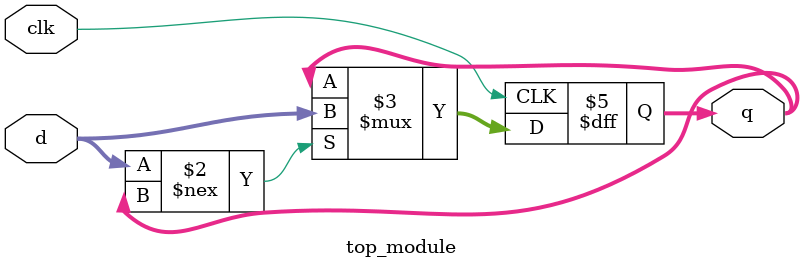
<source format=sv>
module top_module(
    input clk,
    input [7:0] d,
    output reg [7:0] q);

    always @(posedge clk) begin
        if (d !== q) begin
            q <= d;
        end
    end

endmodule

</source>
